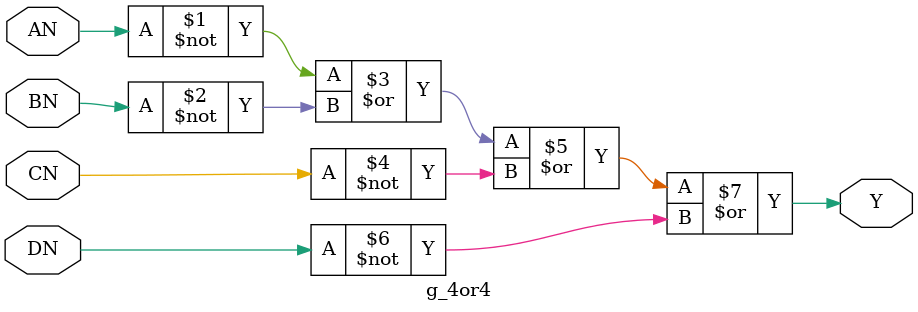
<source format=v>
module g_4or4 (Y, AN, BN, CN, DN);

   input AN, BN, CN, DN;
   output Y;

   or (Y, ~AN, ~BN, ~CN, ~DN);

endmodule // g_4or4

</source>
